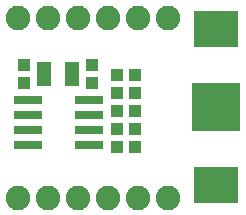
<source format=gts>
G75*
%MOIN*%
%OFA0B0*%
%FSLAX25Y25*%
%IPPOS*%
%LPD*%
%AMOC8*
5,1,8,0,0,1.08239X$1,22.5*
%
%ADD10R,0.03950X0.03950*%
%ADD11R,0.14580X0.12217*%
%ADD12R,0.16391X0.16391*%
%ADD13R,0.05131X0.08280*%
%ADD14R,0.09461X0.03162*%
%ADD15C,0.08200*%
D10*
X0044900Y0040733D03*
X0050900Y0040733D03*
X0050900Y0046733D03*
X0044900Y0046733D03*
X0044900Y0052733D03*
X0050900Y0052733D03*
X0050900Y0058733D03*
X0044900Y0058733D03*
X0036400Y0062233D03*
X0044900Y0064733D03*
X0050900Y0064733D03*
X0036400Y0068233D03*
X0013900Y0068233D03*
X0013900Y0062233D03*
D11*
X0077650Y0079967D03*
X0077650Y0027999D03*
D12*
X0077650Y0053983D03*
D13*
X0029874Y0065233D03*
X0020426Y0065233D03*
D14*
X0014914Y0056483D03*
X0014914Y0051483D03*
X0014914Y0046483D03*
X0014914Y0041483D03*
X0035386Y0041483D03*
X0035386Y0046483D03*
X0035386Y0051483D03*
X0035386Y0056483D03*
D15*
X0011800Y0023933D03*
X0021800Y0023933D03*
X0031800Y0023933D03*
X0041800Y0023933D03*
X0051800Y0023933D03*
X0061800Y0023933D03*
X0061800Y0083933D03*
X0051800Y0083933D03*
X0041800Y0083933D03*
X0031800Y0083933D03*
X0021800Y0083933D03*
X0011800Y0083933D03*
M02*

</source>
